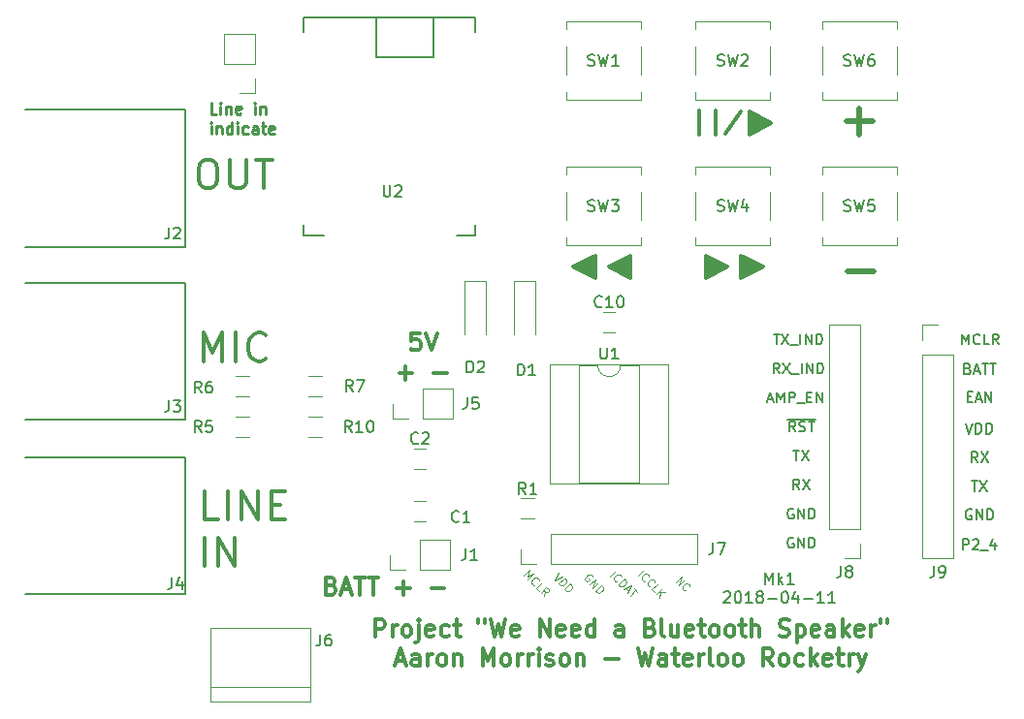
<source format=gbr>
G04 #@! TF.FileFunction,Legend,Top*
%FSLAX46Y46*%
G04 Gerber Fmt 4.6, Leading zero omitted, Abs format (unit mm)*
G04 Created by KiCad (PCBNEW 4.0.6) date Wednesday, April 11, 2018 'PMt' 08:09:55 PM*
%MOMM*%
%LPD*%
G01*
G04 APERTURE LIST*
%ADD10C,0.100000*%
%ADD11C,0.150000*%
%ADD12C,0.300000*%
%ADD13C,0.250000*%
%ADD14C,0.200000*%
%ADD15C,0.125000*%
%ADD16C,0.500000*%
%ADD17C,0.375000*%
%ADD18C,0.120000*%
G04 APERTURE END LIST*
D10*
D11*
X200334714Y-121928381D02*
X200334714Y-120928381D01*
X200668048Y-121642667D01*
X201001381Y-120928381D01*
X201001381Y-121928381D01*
X201477571Y-121928381D02*
X201477571Y-120928381D01*
X201572809Y-121547429D02*
X201858524Y-121928381D01*
X201858524Y-121261714D02*
X201477571Y-121642667D01*
X202810905Y-121928381D02*
X202239476Y-121928381D01*
X202525190Y-121928381D02*
X202525190Y-120928381D01*
X202429952Y-121071238D01*
X202334714Y-121166476D01*
X202239476Y-121214095D01*
X196691857Y-122673619D02*
X196739476Y-122626000D01*
X196834714Y-122578381D01*
X197072810Y-122578381D01*
X197168048Y-122626000D01*
X197215667Y-122673619D01*
X197263286Y-122768857D01*
X197263286Y-122864095D01*
X197215667Y-123006952D01*
X196644238Y-123578381D01*
X197263286Y-123578381D01*
X197882333Y-122578381D02*
X197977572Y-122578381D01*
X198072810Y-122626000D01*
X198120429Y-122673619D01*
X198168048Y-122768857D01*
X198215667Y-122959333D01*
X198215667Y-123197429D01*
X198168048Y-123387905D01*
X198120429Y-123483143D01*
X198072810Y-123530762D01*
X197977572Y-123578381D01*
X197882333Y-123578381D01*
X197787095Y-123530762D01*
X197739476Y-123483143D01*
X197691857Y-123387905D01*
X197644238Y-123197429D01*
X197644238Y-122959333D01*
X197691857Y-122768857D01*
X197739476Y-122673619D01*
X197787095Y-122626000D01*
X197882333Y-122578381D01*
X199168048Y-123578381D02*
X198596619Y-123578381D01*
X198882333Y-123578381D02*
X198882333Y-122578381D01*
X198787095Y-122721238D01*
X198691857Y-122816476D01*
X198596619Y-122864095D01*
X199739476Y-123006952D02*
X199644238Y-122959333D01*
X199596619Y-122911714D01*
X199549000Y-122816476D01*
X199549000Y-122768857D01*
X199596619Y-122673619D01*
X199644238Y-122626000D01*
X199739476Y-122578381D01*
X199929953Y-122578381D01*
X200025191Y-122626000D01*
X200072810Y-122673619D01*
X200120429Y-122768857D01*
X200120429Y-122816476D01*
X200072810Y-122911714D01*
X200025191Y-122959333D01*
X199929953Y-123006952D01*
X199739476Y-123006952D01*
X199644238Y-123054571D01*
X199596619Y-123102190D01*
X199549000Y-123197429D01*
X199549000Y-123387905D01*
X199596619Y-123483143D01*
X199644238Y-123530762D01*
X199739476Y-123578381D01*
X199929953Y-123578381D01*
X200025191Y-123530762D01*
X200072810Y-123483143D01*
X200120429Y-123387905D01*
X200120429Y-123197429D01*
X200072810Y-123102190D01*
X200025191Y-123054571D01*
X199929953Y-123006952D01*
X200549000Y-123197429D02*
X201310905Y-123197429D01*
X201977571Y-122578381D02*
X202072810Y-122578381D01*
X202168048Y-122626000D01*
X202215667Y-122673619D01*
X202263286Y-122768857D01*
X202310905Y-122959333D01*
X202310905Y-123197429D01*
X202263286Y-123387905D01*
X202215667Y-123483143D01*
X202168048Y-123530762D01*
X202072810Y-123578381D01*
X201977571Y-123578381D01*
X201882333Y-123530762D01*
X201834714Y-123483143D01*
X201787095Y-123387905D01*
X201739476Y-123197429D01*
X201739476Y-122959333D01*
X201787095Y-122768857D01*
X201834714Y-122673619D01*
X201882333Y-122626000D01*
X201977571Y-122578381D01*
X203168048Y-122911714D02*
X203168048Y-123578381D01*
X202929952Y-122530762D02*
X202691857Y-123245048D01*
X203310905Y-123245048D01*
X203691857Y-123197429D02*
X204453762Y-123197429D01*
X205453762Y-123578381D02*
X204882333Y-123578381D01*
X205168047Y-123578381D02*
X205168047Y-122578381D01*
X205072809Y-122721238D01*
X204977571Y-122816476D01*
X204882333Y-122864095D01*
X206406143Y-123578381D02*
X205834714Y-123578381D01*
X206120428Y-123578381D02*
X206120428Y-122578381D01*
X206025190Y-122721238D01*
X205929952Y-122816476D01*
X205834714Y-122864095D01*
D12*
X166273573Y-126530571D02*
X166273573Y-125030571D01*
X166845001Y-125030571D01*
X166987859Y-125102000D01*
X167059287Y-125173429D01*
X167130716Y-125316286D01*
X167130716Y-125530571D01*
X167059287Y-125673429D01*
X166987859Y-125744857D01*
X166845001Y-125816286D01*
X166273573Y-125816286D01*
X167773573Y-126530571D02*
X167773573Y-125530571D01*
X167773573Y-125816286D02*
X167845001Y-125673429D01*
X167916430Y-125602000D01*
X168059287Y-125530571D01*
X168202144Y-125530571D01*
X168916430Y-126530571D02*
X168773572Y-126459143D01*
X168702144Y-126387714D01*
X168630715Y-126244857D01*
X168630715Y-125816286D01*
X168702144Y-125673429D01*
X168773572Y-125602000D01*
X168916430Y-125530571D01*
X169130715Y-125530571D01*
X169273572Y-125602000D01*
X169345001Y-125673429D01*
X169416430Y-125816286D01*
X169416430Y-126244857D01*
X169345001Y-126387714D01*
X169273572Y-126459143D01*
X169130715Y-126530571D01*
X168916430Y-126530571D01*
X170059287Y-125530571D02*
X170059287Y-126816286D01*
X169987858Y-126959143D01*
X169845001Y-127030571D01*
X169773573Y-127030571D01*
X170059287Y-125030571D02*
X169987858Y-125102000D01*
X170059287Y-125173429D01*
X170130715Y-125102000D01*
X170059287Y-125030571D01*
X170059287Y-125173429D01*
X171345001Y-126459143D02*
X171202144Y-126530571D01*
X170916430Y-126530571D01*
X170773573Y-126459143D01*
X170702144Y-126316286D01*
X170702144Y-125744857D01*
X170773573Y-125602000D01*
X170916430Y-125530571D01*
X171202144Y-125530571D01*
X171345001Y-125602000D01*
X171416430Y-125744857D01*
X171416430Y-125887714D01*
X170702144Y-126030571D01*
X172702144Y-126459143D02*
X172559287Y-126530571D01*
X172273573Y-126530571D01*
X172130715Y-126459143D01*
X172059287Y-126387714D01*
X171987858Y-126244857D01*
X171987858Y-125816286D01*
X172059287Y-125673429D01*
X172130715Y-125602000D01*
X172273573Y-125530571D01*
X172559287Y-125530571D01*
X172702144Y-125602000D01*
X173130715Y-125530571D02*
X173702144Y-125530571D01*
X173345001Y-125030571D02*
X173345001Y-126316286D01*
X173416429Y-126459143D01*
X173559287Y-126530571D01*
X173702144Y-126530571D01*
X175273572Y-125030571D02*
X175273572Y-125316286D01*
X175845001Y-125030571D02*
X175845001Y-125316286D01*
X176345001Y-125030571D02*
X176702144Y-126530571D01*
X176987858Y-125459143D01*
X177273572Y-126530571D01*
X177630715Y-125030571D01*
X178773572Y-126459143D02*
X178630715Y-126530571D01*
X178345001Y-126530571D01*
X178202144Y-126459143D01*
X178130715Y-126316286D01*
X178130715Y-125744857D01*
X178202144Y-125602000D01*
X178345001Y-125530571D01*
X178630715Y-125530571D01*
X178773572Y-125602000D01*
X178845001Y-125744857D01*
X178845001Y-125887714D01*
X178130715Y-126030571D01*
X180630715Y-126530571D02*
X180630715Y-125030571D01*
X181487858Y-126530571D01*
X181487858Y-125030571D01*
X182773572Y-126459143D02*
X182630715Y-126530571D01*
X182345001Y-126530571D01*
X182202144Y-126459143D01*
X182130715Y-126316286D01*
X182130715Y-125744857D01*
X182202144Y-125602000D01*
X182345001Y-125530571D01*
X182630715Y-125530571D01*
X182773572Y-125602000D01*
X182845001Y-125744857D01*
X182845001Y-125887714D01*
X182130715Y-126030571D01*
X184059286Y-126459143D02*
X183916429Y-126530571D01*
X183630715Y-126530571D01*
X183487858Y-126459143D01*
X183416429Y-126316286D01*
X183416429Y-125744857D01*
X183487858Y-125602000D01*
X183630715Y-125530571D01*
X183916429Y-125530571D01*
X184059286Y-125602000D01*
X184130715Y-125744857D01*
X184130715Y-125887714D01*
X183416429Y-126030571D01*
X185416429Y-126530571D02*
X185416429Y-125030571D01*
X185416429Y-126459143D02*
X185273572Y-126530571D01*
X184987858Y-126530571D01*
X184845000Y-126459143D01*
X184773572Y-126387714D01*
X184702143Y-126244857D01*
X184702143Y-125816286D01*
X184773572Y-125673429D01*
X184845000Y-125602000D01*
X184987858Y-125530571D01*
X185273572Y-125530571D01*
X185416429Y-125602000D01*
X187916429Y-126530571D02*
X187916429Y-125744857D01*
X187845000Y-125602000D01*
X187702143Y-125530571D01*
X187416429Y-125530571D01*
X187273572Y-125602000D01*
X187916429Y-126459143D02*
X187773572Y-126530571D01*
X187416429Y-126530571D01*
X187273572Y-126459143D01*
X187202143Y-126316286D01*
X187202143Y-126173429D01*
X187273572Y-126030571D01*
X187416429Y-125959143D01*
X187773572Y-125959143D01*
X187916429Y-125887714D01*
X190273572Y-125744857D02*
X190487858Y-125816286D01*
X190559286Y-125887714D01*
X190630715Y-126030571D01*
X190630715Y-126244857D01*
X190559286Y-126387714D01*
X190487858Y-126459143D01*
X190345000Y-126530571D01*
X189773572Y-126530571D01*
X189773572Y-125030571D01*
X190273572Y-125030571D01*
X190416429Y-125102000D01*
X190487858Y-125173429D01*
X190559286Y-125316286D01*
X190559286Y-125459143D01*
X190487858Y-125602000D01*
X190416429Y-125673429D01*
X190273572Y-125744857D01*
X189773572Y-125744857D01*
X191487858Y-126530571D02*
X191345000Y-126459143D01*
X191273572Y-126316286D01*
X191273572Y-125030571D01*
X192702143Y-125530571D02*
X192702143Y-126530571D01*
X192059286Y-125530571D02*
X192059286Y-126316286D01*
X192130714Y-126459143D01*
X192273572Y-126530571D01*
X192487857Y-126530571D01*
X192630714Y-126459143D01*
X192702143Y-126387714D01*
X193987857Y-126459143D02*
X193845000Y-126530571D01*
X193559286Y-126530571D01*
X193416429Y-126459143D01*
X193345000Y-126316286D01*
X193345000Y-125744857D01*
X193416429Y-125602000D01*
X193559286Y-125530571D01*
X193845000Y-125530571D01*
X193987857Y-125602000D01*
X194059286Y-125744857D01*
X194059286Y-125887714D01*
X193345000Y-126030571D01*
X194487857Y-125530571D02*
X195059286Y-125530571D01*
X194702143Y-125030571D02*
X194702143Y-126316286D01*
X194773571Y-126459143D01*
X194916429Y-126530571D01*
X195059286Y-126530571D01*
X195773572Y-126530571D02*
X195630714Y-126459143D01*
X195559286Y-126387714D01*
X195487857Y-126244857D01*
X195487857Y-125816286D01*
X195559286Y-125673429D01*
X195630714Y-125602000D01*
X195773572Y-125530571D01*
X195987857Y-125530571D01*
X196130714Y-125602000D01*
X196202143Y-125673429D01*
X196273572Y-125816286D01*
X196273572Y-126244857D01*
X196202143Y-126387714D01*
X196130714Y-126459143D01*
X195987857Y-126530571D01*
X195773572Y-126530571D01*
X197130715Y-126530571D02*
X196987857Y-126459143D01*
X196916429Y-126387714D01*
X196845000Y-126244857D01*
X196845000Y-125816286D01*
X196916429Y-125673429D01*
X196987857Y-125602000D01*
X197130715Y-125530571D01*
X197345000Y-125530571D01*
X197487857Y-125602000D01*
X197559286Y-125673429D01*
X197630715Y-125816286D01*
X197630715Y-126244857D01*
X197559286Y-126387714D01*
X197487857Y-126459143D01*
X197345000Y-126530571D01*
X197130715Y-126530571D01*
X198059286Y-125530571D02*
X198630715Y-125530571D01*
X198273572Y-125030571D02*
X198273572Y-126316286D01*
X198345000Y-126459143D01*
X198487858Y-126530571D01*
X198630715Y-126530571D01*
X199130715Y-126530571D02*
X199130715Y-125030571D01*
X199773572Y-126530571D02*
X199773572Y-125744857D01*
X199702143Y-125602000D01*
X199559286Y-125530571D01*
X199345001Y-125530571D01*
X199202143Y-125602000D01*
X199130715Y-125673429D01*
X201559286Y-126459143D02*
X201773572Y-126530571D01*
X202130715Y-126530571D01*
X202273572Y-126459143D01*
X202345001Y-126387714D01*
X202416429Y-126244857D01*
X202416429Y-126102000D01*
X202345001Y-125959143D01*
X202273572Y-125887714D01*
X202130715Y-125816286D01*
X201845001Y-125744857D01*
X201702143Y-125673429D01*
X201630715Y-125602000D01*
X201559286Y-125459143D01*
X201559286Y-125316286D01*
X201630715Y-125173429D01*
X201702143Y-125102000D01*
X201845001Y-125030571D01*
X202202143Y-125030571D01*
X202416429Y-125102000D01*
X203059286Y-125530571D02*
X203059286Y-127030571D01*
X203059286Y-125602000D02*
X203202143Y-125530571D01*
X203487857Y-125530571D01*
X203630714Y-125602000D01*
X203702143Y-125673429D01*
X203773572Y-125816286D01*
X203773572Y-126244857D01*
X203702143Y-126387714D01*
X203630714Y-126459143D01*
X203487857Y-126530571D01*
X203202143Y-126530571D01*
X203059286Y-126459143D01*
X204987857Y-126459143D02*
X204845000Y-126530571D01*
X204559286Y-126530571D01*
X204416429Y-126459143D01*
X204345000Y-126316286D01*
X204345000Y-125744857D01*
X204416429Y-125602000D01*
X204559286Y-125530571D01*
X204845000Y-125530571D01*
X204987857Y-125602000D01*
X205059286Y-125744857D01*
X205059286Y-125887714D01*
X204345000Y-126030571D01*
X206345000Y-126530571D02*
X206345000Y-125744857D01*
X206273571Y-125602000D01*
X206130714Y-125530571D01*
X205845000Y-125530571D01*
X205702143Y-125602000D01*
X206345000Y-126459143D02*
X206202143Y-126530571D01*
X205845000Y-126530571D01*
X205702143Y-126459143D01*
X205630714Y-126316286D01*
X205630714Y-126173429D01*
X205702143Y-126030571D01*
X205845000Y-125959143D01*
X206202143Y-125959143D01*
X206345000Y-125887714D01*
X207059286Y-126530571D02*
X207059286Y-125030571D01*
X207202143Y-125959143D02*
X207630714Y-126530571D01*
X207630714Y-125530571D02*
X207059286Y-126102000D01*
X208845000Y-126459143D02*
X208702143Y-126530571D01*
X208416429Y-126530571D01*
X208273572Y-126459143D01*
X208202143Y-126316286D01*
X208202143Y-125744857D01*
X208273572Y-125602000D01*
X208416429Y-125530571D01*
X208702143Y-125530571D01*
X208845000Y-125602000D01*
X208916429Y-125744857D01*
X208916429Y-125887714D01*
X208202143Y-126030571D01*
X209559286Y-126530571D02*
X209559286Y-125530571D01*
X209559286Y-125816286D02*
X209630714Y-125673429D01*
X209702143Y-125602000D01*
X209845000Y-125530571D01*
X209987857Y-125530571D01*
X210416428Y-125030571D02*
X210416428Y-125316286D01*
X210987857Y-125030571D02*
X210987857Y-125316286D01*
X168130715Y-128652000D02*
X168845001Y-128652000D01*
X167987858Y-129080571D02*
X168487858Y-127580571D01*
X168987858Y-129080571D01*
X170130715Y-129080571D02*
X170130715Y-128294857D01*
X170059286Y-128152000D01*
X169916429Y-128080571D01*
X169630715Y-128080571D01*
X169487858Y-128152000D01*
X170130715Y-129009143D02*
X169987858Y-129080571D01*
X169630715Y-129080571D01*
X169487858Y-129009143D01*
X169416429Y-128866286D01*
X169416429Y-128723429D01*
X169487858Y-128580571D01*
X169630715Y-128509143D01*
X169987858Y-128509143D01*
X170130715Y-128437714D01*
X170845001Y-129080571D02*
X170845001Y-128080571D01*
X170845001Y-128366286D02*
X170916429Y-128223429D01*
X170987858Y-128152000D01*
X171130715Y-128080571D01*
X171273572Y-128080571D01*
X171987858Y-129080571D02*
X171845000Y-129009143D01*
X171773572Y-128937714D01*
X171702143Y-128794857D01*
X171702143Y-128366286D01*
X171773572Y-128223429D01*
X171845000Y-128152000D01*
X171987858Y-128080571D01*
X172202143Y-128080571D01*
X172345000Y-128152000D01*
X172416429Y-128223429D01*
X172487858Y-128366286D01*
X172487858Y-128794857D01*
X172416429Y-128937714D01*
X172345000Y-129009143D01*
X172202143Y-129080571D01*
X171987858Y-129080571D01*
X173130715Y-128080571D02*
X173130715Y-129080571D01*
X173130715Y-128223429D02*
X173202143Y-128152000D01*
X173345001Y-128080571D01*
X173559286Y-128080571D01*
X173702143Y-128152000D01*
X173773572Y-128294857D01*
X173773572Y-129080571D01*
X175630715Y-129080571D02*
X175630715Y-127580571D01*
X176130715Y-128652000D01*
X176630715Y-127580571D01*
X176630715Y-129080571D01*
X177559287Y-129080571D02*
X177416429Y-129009143D01*
X177345001Y-128937714D01*
X177273572Y-128794857D01*
X177273572Y-128366286D01*
X177345001Y-128223429D01*
X177416429Y-128152000D01*
X177559287Y-128080571D01*
X177773572Y-128080571D01*
X177916429Y-128152000D01*
X177987858Y-128223429D01*
X178059287Y-128366286D01*
X178059287Y-128794857D01*
X177987858Y-128937714D01*
X177916429Y-129009143D01*
X177773572Y-129080571D01*
X177559287Y-129080571D01*
X178702144Y-129080571D02*
X178702144Y-128080571D01*
X178702144Y-128366286D02*
X178773572Y-128223429D01*
X178845001Y-128152000D01*
X178987858Y-128080571D01*
X179130715Y-128080571D01*
X179630715Y-129080571D02*
X179630715Y-128080571D01*
X179630715Y-128366286D02*
X179702143Y-128223429D01*
X179773572Y-128152000D01*
X179916429Y-128080571D01*
X180059286Y-128080571D01*
X180559286Y-129080571D02*
X180559286Y-128080571D01*
X180559286Y-127580571D02*
X180487857Y-127652000D01*
X180559286Y-127723429D01*
X180630714Y-127652000D01*
X180559286Y-127580571D01*
X180559286Y-127723429D01*
X181202143Y-129009143D02*
X181345000Y-129080571D01*
X181630715Y-129080571D01*
X181773572Y-129009143D01*
X181845000Y-128866286D01*
X181845000Y-128794857D01*
X181773572Y-128652000D01*
X181630715Y-128580571D01*
X181416429Y-128580571D01*
X181273572Y-128509143D01*
X181202143Y-128366286D01*
X181202143Y-128294857D01*
X181273572Y-128152000D01*
X181416429Y-128080571D01*
X181630715Y-128080571D01*
X181773572Y-128152000D01*
X182702144Y-129080571D02*
X182559286Y-129009143D01*
X182487858Y-128937714D01*
X182416429Y-128794857D01*
X182416429Y-128366286D01*
X182487858Y-128223429D01*
X182559286Y-128152000D01*
X182702144Y-128080571D01*
X182916429Y-128080571D01*
X183059286Y-128152000D01*
X183130715Y-128223429D01*
X183202144Y-128366286D01*
X183202144Y-128794857D01*
X183130715Y-128937714D01*
X183059286Y-129009143D01*
X182916429Y-129080571D01*
X182702144Y-129080571D01*
X183845001Y-128080571D02*
X183845001Y-129080571D01*
X183845001Y-128223429D02*
X183916429Y-128152000D01*
X184059287Y-128080571D01*
X184273572Y-128080571D01*
X184416429Y-128152000D01*
X184487858Y-128294857D01*
X184487858Y-129080571D01*
X186345001Y-128509143D02*
X187487858Y-128509143D01*
X189202144Y-127580571D02*
X189559287Y-129080571D01*
X189845001Y-128009143D01*
X190130715Y-129080571D01*
X190487858Y-127580571D01*
X191702144Y-129080571D02*
X191702144Y-128294857D01*
X191630715Y-128152000D01*
X191487858Y-128080571D01*
X191202144Y-128080571D01*
X191059287Y-128152000D01*
X191702144Y-129009143D02*
X191559287Y-129080571D01*
X191202144Y-129080571D01*
X191059287Y-129009143D01*
X190987858Y-128866286D01*
X190987858Y-128723429D01*
X191059287Y-128580571D01*
X191202144Y-128509143D01*
X191559287Y-128509143D01*
X191702144Y-128437714D01*
X192202144Y-128080571D02*
X192773573Y-128080571D01*
X192416430Y-127580571D02*
X192416430Y-128866286D01*
X192487858Y-129009143D01*
X192630716Y-129080571D01*
X192773573Y-129080571D01*
X193845001Y-129009143D02*
X193702144Y-129080571D01*
X193416430Y-129080571D01*
X193273573Y-129009143D01*
X193202144Y-128866286D01*
X193202144Y-128294857D01*
X193273573Y-128152000D01*
X193416430Y-128080571D01*
X193702144Y-128080571D01*
X193845001Y-128152000D01*
X193916430Y-128294857D01*
X193916430Y-128437714D01*
X193202144Y-128580571D01*
X194559287Y-129080571D02*
X194559287Y-128080571D01*
X194559287Y-128366286D02*
X194630715Y-128223429D01*
X194702144Y-128152000D01*
X194845001Y-128080571D01*
X194987858Y-128080571D01*
X195702144Y-129080571D02*
X195559286Y-129009143D01*
X195487858Y-128866286D01*
X195487858Y-127580571D01*
X196487858Y-129080571D02*
X196345000Y-129009143D01*
X196273572Y-128937714D01*
X196202143Y-128794857D01*
X196202143Y-128366286D01*
X196273572Y-128223429D01*
X196345000Y-128152000D01*
X196487858Y-128080571D01*
X196702143Y-128080571D01*
X196845000Y-128152000D01*
X196916429Y-128223429D01*
X196987858Y-128366286D01*
X196987858Y-128794857D01*
X196916429Y-128937714D01*
X196845000Y-129009143D01*
X196702143Y-129080571D01*
X196487858Y-129080571D01*
X197845001Y-129080571D02*
X197702143Y-129009143D01*
X197630715Y-128937714D01*
X197559286Y-128794857D01*
X197559286Y-128366286D01*
X197630715Y-128223429D01*
X197702143Y-128152000D01*
X197845001Y-128080571D01*
X198059286Y-128080571D01*
X198202143Y-128152000D01*
X198273572Y-128223429D01*
X198345001Y-128366286D01*
X198345001Y-128794857D01*
X198273572Y-128937714D01*
X198202143Y-129009143D01*
X198059286Y-129080571D01*
X197845001Y-129080571D01*
X200987858Y-129080571D02*
X200487858Y-128366286D01*
X200130715Y-129080571D02*
X200130715Y-127580571D01*
X200702143Y-127580571D01*
X200845001Y-127652000D01*
X200916429Y-127723429D01*
X200987858Y-127866286D01*
X200987858Y-128080571D01*
X200916429Y-128223429D01*
X200845001Y-128294857D01*
X200702143Y-128366286D01*
X200130715Y-128366286D01*
X201845001Y-129080571D02*
X201702143Y-129009143D01*
X201630715Y-128937714D01*
X201559286Y-128794857D01*
X201559286Y-128366286D01*
X201630715Y-128223429D01*
X201702143Y-128152000D01*
X201845001Y-128080571D01*
X202059286Y-128080571D01*
X202202143Y-128152000D01*
X202273572Y-128223429D01*
X202345001Y-128366286D01*
X202345001Y-128794857D01*
X202273572Y-128937714D01*
X202202143Y-129009143D01*
X202059286Y-129080571D01*
X201845001Y-129080571D01*
X203630715Y-129009143D02*
X203487858Y-129080571D01*
X203202144Y-129080571D01*
X203059286Y-129009143D01*
X202987858Y-128937714D01*
X202916429Y-128794857D01*
X202916429Y-128366286D01*
X202987858Y-128223429D01*
X203059286Y-128152000D01*
X203202144Y-128080571D01*
X203487858Y-128080571D01*
X203630715Y-128152000D01*
X204273572Y-129080571D02*
X204273572Y-127580571D01*
X204416429Y-128509143D02*
X204845000Y-129080571D01*
X204845000Y-128080571D02*
X204273572Y-128652000D01*
X206059286Y-129009143D02*
X205916429Y-129080571D01*
X205630715Y-129080571D01*
X205487858Y-129009143D01*
X205416429Y-128866286D01*
X205416429Y-128294857D01*
X205487858Y-128152000D01*
X205630715Y-128080571D01*
X205916429Y-128080571D01*
X206059286Y-128152000D01*
X206130715Y-128294857D01*
X206130715Y-128437714D01*
X205416429Y-128580571D01*
X206559286Y-128080571D02*
X207130715Y-128080571D01*
X206773572Y-127580571D02*
X206773572Y-128866286D01*
X206845000Y-129009143D01*
X206987858Y-129080571D01*
X207130715Y-129080571D01*
X207630715Y-129080571D02*
X207630715Y-128080571D01*
X207630715Y-128366286D02*
X207702143Y-128223429D01*
X207773572Y-128152000D01*
X207916429Y-128080571D01*
X208059286Y-128080571D01*
X208416429Y-128080571D02*
X208773572Y-129080571D01*
X209130714Y-128080571D02*
X208773572Y-129080571D01*
X208630714Y-129437714D01*
X208559286Y-129509143D01*
X208416429Y-129580571D01*
X195231048Y-93396667D02*
X195231048Y-95063333D01*
X195350095Y-93396667D02*
X195350095Y-95063333D01*
X195469143Y-93563333D02*
X195469143Y-94896667D01*
X195588191Y-93563333D02*
X195588191Y-94896667D01*
X195707238Y-93563333D02*
X195707238Y-94896667D01*
X195826286Y-93730000D02*
X195826286Y-94730000D01*
X195945333Y-93730000D02*
X195945333Y-94730000D01*
X196064381Y-93730000D02*
X196064381Y-94730000D01*
X196183429Y-93896667D02*
X196183429Y-94563333D01*
X196302476Y-93896667D02*
X196302476Y-94563333D01*
X196421524Y-94063333D02*
X196421524Y-94396667D01*
X196540572Y-94063333D02*
X196540572Y-94396667D01*
X196659619Y-94063333D02*
X196659619Y-94396667D01*
X196778667Y-94230000D02*
X196659619Y-94230000D01*
X195112000Y-93396667D02*
X196897714Y-94230000D01*
X195112000Y-95063333D01*
X197016762Y-94230000D02*
X195112000Y-95230000D01*
X195112000Y-93230000D01*
X197016762Y-94230000D01*
X198326286Y-93396667D02*
X198326286Y-95063333D01*
X198445333Y-93396667D02*
X198445333Y-95063333D01*
X198564381Y-93563333D02*
X198564381Y-94896667D01*
X198683429Y-93563333D02*
X198683429Y-94896667D01*
X198802476Y-93563333D02*
X198802476Y-94896667D01*
X198921524Y-93730000D02*
X198921524Y-94730000D01*
X199040571Y-93730000D02*
X199040571Y-94730000D01*
X199159619Y-93730000D02*
X199159619Y-94730000D01*
X199278667Y-93896667D02*
X199278667Y-94563333D01*
X199397714Y-93896667D02*
X199397714Y-94563333D01*
X199516762Y-94063333D02*
X199516762Y-94396667D01*
X199635810Y-94063333D02*
X199635810Y-94396667D01*
X199754857Y-94063333D02*
X199754857Y-94396667D01*
X199873905Y-94230000D02*
X199754857Y-94230000D01*
X198207238Y-93396667D02*
X199992952Y-94230000D01*
X198207238Y-95063333D01*
X200112000Y-94230000D02*
X198207238Y-95230000D01*
X198207238Y-93230000D01*
X200112000Y-94230000D01*
X162453429Y-122066857D02*
X162667715Y-122138286D01*
X162739143Y-122209714D01*
X162810572Y-122352571D01*
X162810572Y-122566857D01*
X162739143Y-122709714D01*
X162667715Y-122781143D01*
X162524857Y-122852571D01*
X161953429Y-122852571D01*
X161953429Y-121352571D01*
X162453429Y-121352571D01*
X162596286Y-121424000D01*
X162667715Y-121495429D01*
X162739143Y-121638286D01*
X162739143Y-121781143D01*
X162667715Y-121924000D01*
X162596286Y-121995429D01*
X162453429Y-122066857D01*
X161953429Y-122066857D01*
X163382000Y-122424000D02*
X164096286Y-122424000D01*
X163239143Y-122852571D02*
X163739143Y-121352571D01*
X164239143Y-122852571D01*
X164524857Y-121352571D02*
X165382000Y-121352571D01*
X164953429Y-122852571D02*
X164953429Y-121352571D01*
X165667714Y-121352571D02*
X166524857Y-121352571D01*
X166096286Y-122852571D02*
X166096286Y-121352571D01*
X168167714Y-122281143D02*
X169310571Y-122281143D01*
X168739142Y-122852571D02*
X168739142Y-121709714D01*
X171167714Y-122281143D02*
X172310571Y-122281143D01*
X170148287Y-100011571D02*
X169434001Y-100011571D01*
X169362572Y-100725857D01*
X169434001Y-100654429D01*
X169576858Y-100583000D01*
X169934001Y-100583000D01*
X170076858Y-100654429D01*
X170148287Y-100725857D01*
X170219715Y-100868714D01*
X170219715Y-101225857D01*
X170148287Y-101368714D01*
X170076858Y-101440143D01*
X169934001Y-101511571D01*
X169576858Y-101511571D01*
X169434001Y-101440143D01*
X169362572Y-101368714D01*
X170648286Y-100011571D02*
X171148286Y-101511571D01*
X171648286Y-100011571D01*
X168362572Y-103490143D02*
X169505429Y-103490143D01*
X168934000Y-104061571D02*
X168934000Y-102918714D01*
X171362572Y-103490143D02*
X172505429Y-103490143D01*
D13*
X152424096Y-80857381D02*
X151947905Y-80857381D01*
X151947905Y-79857381D01*
X152757429Y-80857381D02*
X152757429Y-80190714D01*
X152757429Y-79857381D02*
X152709810Y-79905000D01*
X152757429Y-79952619D01*
X152805048Y-79905000D01*
X152757429Y-79857381D01*
X152757429Y-79952619D01*
X153233619Y-80190714D02*
X153233619Y-80857381D01*
X153233619Y-80285952D02*
X153281238Y-80238333D01*
X153376476Y-80190714D01*
X153519334Y-80190714D01*
X153614572Y-80238333D01*
X153662191Y-80333571D01*
X153662191Y-80857381D01*
X154519334Y-80809762D02*
X154424096Y-80857381D01*
X154233619Y-80857381D01*
X154138381Y-80809762D01*
X154090762Y-80714524D01*
X154090762Y-80333571D01*
X154138381Y-80238333D01*
X154233619Y-80190714D01*
X154424096Y-80190714D01*
X154519334Y-80238333D01*
X154566953Y-80333571D01*
X154566953Y-80428810D01*
X154090762Y-80524048D01*
X155757429Y-80857381D02*
X155757429Y-80190714D01*
X155757429Y-79857381D02*
X155709810Y-79905000D01*
X155757429Y-79952619D01*
X155805048Y-79905000D01*
X155757429Y-79857381D01*
X155757429Y-79952619D01*
X156233619Y-80190714D02*
X156233619Y-80857381D01*
X156233619Y-80285952D02*
X156281238Y-80238333D01*
X156376476Y-80190714D01*
X156519334Y-80190714D01*
X156614572Y-80238333D01*
X156662191Y-80333571D01*
X156662191Y-80857381D01*
X151947905Y-82607381D02*
X151947905Y-81940714D01*
X151947905Y-81607381D02*
X151900286Y-81655000D01*
X151947905Y-81702619D01*
X151995524Y-81655000D01*
X151947905Y-81607381D01*
X151947905Y-81702619D01*
X152424095Y-81940714D02*
X152424095Y-82607381D01*
X152424095Y-82035952D02*
X152471714Y-81988333D01*
X152566952Y-81940714D01*
X152709810Y-81940714D01*
X152805048Y-81988333D01*
X152852667Y-82083571D01*
X152852667Y-82607381D01*
X153757429Y-82607381D02*
X153757429Y-81607381D01*
X153757429Y-82559762D02*
X153662191Y-82607381D01*
X153471714Y-82607381D01*
X153376476Y-82559762D01*
X153328857Y-82512143D01*
X153281238Y-82416905D01*
X153281238Y-82131190D01*
X153328857Y-82035952D01*
X153376476Y-81988333D01*
X153471714Y-81940714D01*
X153662191Y-81940714D01*
X153757429Y-81988333D01*
X154233619Y-82607381D02*
X154233619Y-81940714D01*
X154233619Y-81607381D02*
X154186000Y-81655000D01*
X154233619Y-81702619D01*
X154281238Y-81655000D01*
X154233619Y-81607381D01*
X154233619Y-81702619D01*
X155138381Y-82559762D02*
X155043143Y-82607381D01*
X154852666Y-82607381D01*
X154757428Y-82559762D01*
X154709809Y-82512143D01*
X154662190Y-82416905D01*
X154662190Y-82131190D01*
X154709809Y-82035952D01*
X154757428Y-81988333D01*
X154852666Y-81940714D01*
X155043143Y-81940714D01*
X155138381Y-81988333D01*
X155995524Y-82607381D02*
X155995524Y-82083571D01*
X155947905Y-81988333D01*
X155852667Y-81940714D01*
X155662190Y-81940714D01*
X155566952Y-81988333D01*
X155995524Y-82559762D02*
X155900286Y-82607381D01*
X155662190Y-82607381D01*
X155566952Y-82559762D01*
X155519333Y-82464524D01*
X155519333Y-82369286D01*
X155566952Y-82274048D01*
X155662190Y-82226429D01*
X155900286Y-82226429D01*
X155995524Y-82178810D01*
X156328857Y-81940714D02*
X156709809Y-81940714D01*
X156471714Y-81607381D02*
X156471714Y-82464524D01*
X156519333Y-82559762D01*
X156614571Y-82607381D01*
X156709809Y-82607381D01*
X157424096Y-82559762D02*
X157328858Y-82607381D01*
X157138381Y-82607381D01*
X157043143Y-82559762D01*
X156995524Y-82464524D01*
X156995524Y-82083571D01*
X157043143Y-81988333D01*
X157138381Y-81940714D01*
X157328858Y-81940714D01*
X157424096Y-81988333D01*
X157471715Y-82083571D01*
X157471715Y-82178810D01*
X156995524Y-82274048D01*
D12*
X152534714Y-116326952D02*
X151344238Y-116326952D01*
X151344238Y-113826952D01*
X153368048Y-116326952D02*
X153368048Y-113826952D01*
X154558524Y-116326952D02*
X154558524Y-113826952D01*
X155987096Y-116326952D01*
X155987096Y-113826952D01*
X157177572Y-115017429D02*
X158010905Y-115017429D01*
X158368048Y-116326952D02*
X157177572Y-116326952D01*
X157177572Y-113826952D01*
X158368048Y-113826952D01*
X151344238Y-120376952D02*
X151344238Y-117876952D01*
X152534714Y-120376952D02*
X152534714Y-117876952D01*
X153963286Y-120376952D01*
X153963286Y-117876952D01*
X151424000Y-84863952D02*
X151900190Y-84863952D01*
X152138285Y-84983000D01*
X152376381Y-85221095D01*
X152495428Y-85697286D01*
X152495428Y-86530619D01*
X152376381Y-87006810D01*
X152138285Y-87244905D01*
X151900190Y-87363952D01*
X151424000Y-87363952D01*
X151185904Y-87244905D01*
X150947809Y-87006810D01*
X150828761Y-86530619D01*
X150828761Y-85697286D01*
X150947809Y-85221095D01*
X151185904Y-84983000D01*
X151424000Y-84863952D01*
X153566857Y-84863952D02*
X153566857Y-86887762D01*
X153685905Y-87125857D01*
X153804952Y-87244905D01*
X154043048Y-87363952D01*
X154519238Y-87363952D01*
X154757333Y-87244905D01*
X154876381Y-87125857D01*
X154995429Y-86887762D01*
X154995429Y-84863952D01*
X155828762Y-84863952D02*
X157257334Y-84863952D01*
X156543048Y-87363952D02*
X156543048Y-84863952D01*
X151245429Y-102476952D02*
X151245429Y-99976952D01*
X152078762Y-101762667D01*
X152912096Y-99976952D01*
X152912096Y-102476952D01*
X154102572Y-102476952D02*
X154102572Y-99976952D01*
X156721620Y-102238857D02*
X156602572Y-102357905D01*
X156245429Y-102476952D01*
X156007334Y-102476952D01*
X155650191Y-102357905D01*
X155412096Y-102119810D01*
X155293048Y-101881714D01*
X155174000Y-101405524D01*
X155174000Y-101048381D01*
X155293048Y-100572190D01*
X155412096Y-100334095D01*
X155650191Y-100096000D01*
X156007334Y-99976952D01*
X156245429Y-99976952D01*
X156602572Y-100096000D01*
X156721620Y-100215048D01*
D14*
X201035715Y-100091143D02*
X201550001Y-100091143D01*
X201292858Y-100991143D02*
X201292858Y-100091143D01*
X201764286Y-100091143D02*
X202364286Y-100991143D01*
X202364286Y-100091143D02*
X201764286Y-100991143D01*
X202492858Y-101076857D02*
X203178572Y-101076857D01*
X203392858Y-100991143D02*
X203392858Y-100091143D01*
X203821429Y-100991143D02*
X203821429Y-100091143D01*
X204335714Y-100991143D01*
X204335714Y-100091143D01*
X204764286Y-100991143D02*
X204764286Y-100091143D01*
X204978571Y-100091143D01*
X205107143Y-100134000D01*
X205192857Y-100219714D01*
X205235714Y-100305429D01*
X205278571Y-100476857D01*
X205278571Y-100605429D01*
X205235714Y-100776857D01*
X205192857Y-100862571D01*
X205107143Y-100948286D01*
X204978571Y-100991143D01*
X204764286Y-100991143D01*
X201571429Y-103531143D02*
X201271429Y-103102571D01*
X201057144Y-103531143D02*
X201057144Y-102631143D01*
X201400001Y-102631143D01*
X201485715Y-102674000D01*
X201528572Y-102716857D01*
X201571429Y-102802571D01*
X201571429Y-102931143D01*
X201528572Y-103016857D01*
X201485715Y-103059714D01*
X201400001Y-103102571D01*
X201057144Y-103102571D01*
X201871429Y-102631143D02*
X202471429Y-103531143D01*
X202471429Y-102631143D02*
X201871429Y-103531143D01*
X202600001Y-103616857D02*
X203285715Y-103616857D01*
X203500001Y-103531143D02*
X203500001Y-102631143D01*
X203928572Y-103531143D02*
X203928572Y-102631143D01*
X204442857Y-103531143D01*
X204442857Y-102631143D01*
X204871429Y-103531143D02*
X204871429Y-102631143D01*
X205085714Y-102631143D01*
X205214286Y-102674000D01*
X205300000Y-102759714D01*
X205342857Y-102845429D01*
X205385714Y-103016857D01*
X205385714Y-103145429D01*
X205342857Y-103316857D01*
X205300000Y-103402571D01*
X205214286Y-103488286D01*
X205085714Y-103531143D01*
X204871429Y-103531143D01*
X200546001Y-105814000D02*
X200974572Y-105814000D01*
X200460286Y-106071143D02*
X200760286Y-105171143D01*
X201060286Y-106071143D01*
X201360287Y-106071143D02*
X201360287Y-105171143D01*
X201660287Y-105814000D01*
X201960287Y-105171143D01*
X201960287Y-106071143D01*
X202388858Y-106071143D02*
X202388858Y-105171143D01*
X202731715Y-105171143D01*
X202817429Y-105214000D01*
X202860286Y-105256857D01*
X202903143Y-105342571D01*
X202903143Y-105471143D01*
X202860286Y-105556857D01*
X202817429Y-105599714D01*
X202731715Y-105642571D01*
X202388858Y-105642571D01*
X203074572Y-106156857D02*
X203760286Y-106156857D01*
X203974572Y-105599714D02*
X204274572Y-105599714D01*
X204403143Y-106071143D02*
X203974572Y-106071143D01*
X203974572Y-105171143D01*
X204403143Y-105171143D01*
X204788858Y-106071143D02*
X204788858Y-105171143D01*
X205303143Y-106071143D01*
X205303143Y-105171143D01*
X202961143Y-108611143D02*
X202661143Y-108182571D01*
X202446858Y-108611143D02*
X202446858Y-107711143D01*
X202789715Y-107711143D01*
X202875429Y-107754000D01*
X202918286Y-107796857D01*
X202961143Y-107882571D01*
X202961143Y-108011143D01*
X202918286Y-108096857D01*
X202875429Y-108139714D01*
X202789715Y-108182571D01*
X202446858Y-108182571D01*
X203304001Y-108568286D02*
X203432572Y-108611143D01*
X203646858Y-108611143D01*
X203732572Y-108568286D01*
X203775429Y-108525429D01*
X203818286Y-108439714D01*
X203818286Y-108354000D01*
X203775429Y-108268286D01*
X203732572Y-108225429D01*
X203646858Y-108182571D01*
X203475429Y-108139714D01*
X203389715Y-108096857D01*
X203346858Y-108054000D01*
X203304001Y-107968286D01*
X203304001Y-107882571D01*
X203346858Y-107796857D01*
X203389715Y-107754000D01*
X203475429Y-107711143D01*
X203689715Y-107711143D01*
X203818286Y-107754000D01*
X204075429Y-107711143D02*
X204589715Y-107711143D01*
X204332572Y-108611143D02*
X204332572Y-107711143D01*
X202232572Y-107556000D02*
X204675429Y-107556000D01*
X202768286Y-110251143D02*
X203282572Y-110251143D01*
X203025429Y-111151143D02*
X203025429Y-110251143D01*
X203496857Y-110251143D02*
X204096857Y-111151143D01*
X204096857Y-110251143D02*
X203496857Y-111151143D01*
X203304000Y-113691143D02*
X203004000Y-113262571D01*
X202789715Y-113691143D02*
X202789715Y-112791143D01*
X203132572Y-112791143D01*
X203218286Y-112834000D01*
X203261143Y-112876857D01*
X203304000Y-112962571D01*
X203304000Y-113091143D01*
X203261143Y-113176857D01*
X203218286Y-113219714D01*
X203132572Y-113262571D01*
X202789715Y-113262571D01*
X203604000Y-112791143D02*
X204204000Y-113691143D01*
X204204000Y-112791143D02*
X203604000Y-113691143D01*
X202768286Y-115374000D02*
X202682572Y-115331143D01*
X202554001Y-115331143D01*
X202425429Y-115374000D01*
X202339715Y-115459714D01*
X202296858Y-115545429D01*
X202254001Y-115716857D01*
X202254001Y-115845429D01*
X202296858Y-116016857D01*
X202339715Y-116102571D01*
X202425429Y-116188286D01*
X202554001Y-116231143D01*
X202639715Y-116231143D01*
X202768286Y-116188286D01*
X202811143Y-116145429D01*
X202811143Y-115845429D01*
X202639715Y-115845429D01*
X203196858Y-116231143D02*
X203196858Y-115331143D01*
X203711143Y-116231143D01*
X203711143Y-115331143D01*
X204139715Y-116231143D02*
X204139715Y-115331143D01*
X204354000Y-115331143D01*
X204482572Y-115374000D01*
X204568286Y-115459714D01*
X204611143Y-115545429D01*
X204654000Y-115716857D01*
X204654000Y-115845429D01*
X204611143Y-116016857D01*
X204568286Y-116102571D01*
X204482572Y-116188286D01*
X204354000Y-116231143D01*
X204139715Y-116231143D01*
X202768286Y-117914000D02*
X202682572Y-117871143D01*
X202554001Y-117871143D01*
X202425429Y-117914000D01*
X202339715Y-117999714D01*
X202296858Y-118085429D01*
X202254001Y-118256857D01*
X202254001Y-118385429D01*
X202296858Y-118556857D01*
X202339715Y-118642571D01*
X202425429Y-118728286D01*
X202554001Y-118771143D01*
X202639715Y-118771143D01*
X202768286Y-118728286D01*
X202811143Y-118685429D01*
X202811143Y-118385429D01*
X202639715Y-118385429D01*
X203196858Y-118771143D02*
X203196858Y-117871143D01*
X203711143Y-118771143D01*
X203711143Y-117871143D01*
X204139715Y-118771143D02*
X204139715Y-117871143D01*
X204354000Y-117871143D01*
X204482572Y-117914000D01*
X204568286Y-117999714D01*
X204611143Y-118085429D01*
X204654000Y-118256857D01*
X204654000Y-118385429D01*
X204611143Y-118556857D01*
X204568286Y-118642571D01*
X204482572Y-118728286D01*
X204354000Y-118771143D01*
X204139715Y-118771143D01*
X217575786Y-118898143D02*
X217575786Y-117998143D01*
X217918643Y-117998143D01*
X218004357Y-118041000D01*
X218047214Y-118083857D01*
X218090071Y-118169571D01*
X218090071Y-118298143D01*
X218047214Y-118383857D01*
X218004357Y-118426714D01*
X217918643Y-118469571D01*
X217575786Y-118469571D01*
X218432929Y-118083857D02*
X218475786Y-118041000D01*
X218561500Y-117998143D01*
X218775786Y-117998143D01*
X218861500Y-118041000D01*
X218904357Y-118083857D01*
X218947214Y-118169571D01*
X218947214Y-118255286D01*
X218904357Y-118383857D01*
X218390071Y-118898143D01*
X218947214Y-118898143D01*
X219118643Y-118983857D02*
X219804357Y-118983857D01*
X220404357Y-118298143D02*
X220404357Y-118898143D01*
X220190071Y-117955286D02*
X219975786Y-118598143D01*
X220532928Y-118598143D01*
X218325786Y-115437500D02*
X218240072Y-115394643D01*
X218111501Y-115394643D01*
X217982929Y-115437500D01*
X217897215Y-115523214D01*
X217854358Y-115608929D01*
X217811501Y-115780357D01*
X217811501Y-115908929D01*
X217854358Y-116080357D01*
X217897215Y-116166071D01*
X217982929Y-116251786D01*
X218111501Y-116294643D01*
X218197215Y-116294643D01*
X218325786Y-116251786D01*
X218368643Y-116208929D01*
X218368643Y-115908929D01*
X218197215Y-115908929D01*
X218754358Y-116294643D02*
X218754358Y-115394643D01*
X219268643Y-116294643D01*
X219268643Y-115394643D01*
X219697215Y-116294643D02*
X219697215Y-115394643D01*
X219911500Y-115394643D01*
X220040072Y-115437500D01*
X220125786Y-115523214D01*
X220168643Y-115608929D01*
X220211500Y-115780357D01*
X220211500Y-115908929D01*
X220168643Y-116080357D01*
X220125786Y-116166071D01*
X220040072Y-116251786D01*
X219911500Y-116294643D01*
X219697215Y-116294643D01*
X218325786Y-112918143D02*
X218840072Y-112918143D01*
X218582929Y-113818143D02*
X218582929Y-112918143D01*
X219054357Y-112918143D02*
X219654357Y-113818143D01*
X219654357Y-112918143D02*
X219054357Y-113818143D01*
X218861500Y-111278143D02*
X218561500Y-110849571D01*
X218347215Y-111278143D02*
X218347215Y-110378143D01*
X218690072Y-110378143D01*
X218775786Y-110421000D01*
X218818643Y-110463857D01*
X218861500Y-110549571D01*
X218861500Y-110678143D01*
X218818643Y-110763857D01*
X218775786Y-110806714D01*
X218690072Y-110849571D01*
X218347215Y-110849571D01*
X219161500Y-110378143D02*
X219761500Y-111278143D01*
X219761500Y-110378143D02*
X219161500Y-111278143D01*
X217811500Y-107901643D02*
X218111500Y-108801643D01*
X218411500Y-107901643D01*
X218711501Y-108801643D02*
X218711501Y-107901643D01*
X218925786Y-107901643D01*
X219054358Y-107944500D01*
X219140072Y-108030214D01*
X219182929Y-108115929D01*
X219225786Y-108287357D01*
X219225786Y-108415929D01*
X219182929Y-108587357D01*
X219140072Y-108673071D01*
X219054358Y-108758786D01*
X218925786Y-108801643D01*
X218711501Y-108801643D01*
X219611501Y-108801643D02*
X219611501Y-107901643D01*
X219825786Y-107901643D01*
X219954358Y-107944500D01*
X220040072Y-108030214D01*
X220082929Y-108115929D01*
X220125786Y-108287357D01*
X220125786Y-108415929D01*
X220082929Y-108587357D01*
X220040072Y-108673071D01*
X219954358Y-108758786D01*
X219825786Y-108801643D01*
X219611501Y-108801643D01*
X217961500Y-105536214D02*
X218261500Y-105536214D01*
X218390071Y-106007643D02*
X217961500Y-106007643D01*
X217961500Y-105107643D01*
X218390071Y-105107643D01*
X218732929Y-105750500D02*
X219161500Y-105750500D01*
X218647214Y-106007643D02*
X218947214Y-105107643D01*
X219247214Y-106007643D01*
X219547215Y-106007643D02*
X219547215Y-105107643D01*
X220061500Y-106007643D01*
X220061500Y-105107643D01*
X218004358Y-103123214D02*
X218132929Y-103166071D01*
X218175786Y-103208929D01*
X218218643Y-103294643D01*
X218218643Y-103423214D01*
X218175786Y-103508929D01*
X218132929Y-103551786D01*
X218047215Y-103594643D01*
X217704358Y-103594643D01*
X217704358Y-102694643D01*
X218004358Y-102694643D01*
X218090072Y-102737500D01*
X218132929Y-102780357D01*
X218175786Y-102866071D01*
X218175786Y-102951786D01*
X218132929Y-103037500D01*
X218090072Y-103080357D01*
X218004358Y-103123214D01*
X217704358Y-103123214D01*
X218561501Y-103337500D02*
X218990072Y-103337500D01*
X218475786Y-103594643D02*
X218775786Y-102694643D01*
X219075786Y-103594643D01*
X219247215Y-102694643D02*
X219761501Y-102694643D01*
X219504358Y-103594643D02*
X219504358Y-102694643D01*
X219932929Y-102694643D02*
X220447215Y-102694643D01*
X220190072Y-103594643D02*
X220190072Y-102694643D01*
X217510715Y-100991143D02*
X217510715Y-100091143D01*
X217810715Y-100734000D01*
X218110715Y-100091143D01*
X218110715Y-100991143D01*
X219053571Y-100905429D02*
X219010714Y-100948286D01*
X218882143Y-100991143D01*
X218796429Y-100991143D01*
X218667857Y-100948286D01*
X218582143Y-100862571D01*
X218539286Y-100776857D01*
X218496429Y-100605429D01*
X218496429Y-100476857D01*
X218539286Y-100305429D01*
X218582143Y-100219714D01*
X218667857Y-100134000D01*
X218796429Y-100091143D01*
X218882143Y-100091143D01*
X219010714Y-100134000D01*
X219053571Y-100176857D01*
X219867857Y-100991143D02*
X219439286Y-100991143D01*
X219439286Y-100091143D01*
X220682142Y-100991143D02*
X220382142Y-100562571D01*
X220167857Y-100991143D02*
X220167857Y-100091143D01*
X220510714Y-100091143D01*
X220596428Y-100134000D01*
X220639285Y-100176857D01*
X220682142Y-100262571D01*
X220682142Y-100391143D01*
X220639285Y-100476857D01*
X220596428Y-100519714D01*
X220510714Y-100562571D01*
X220167857Y-100562571D01*
D15*
X192490675Y-121755009D02*
X192985649Y-121260035D01*
X192773517Y-122037852D01*
X193268492Y-121542877D01*
X193339203Y-122509256D02*
X193292062Y-122509255D01*
X193197781Y-122462115D01*
X193150641Y-122414975D01*
X193103501Y-122320694D01*
X193103500Y-122226413D01*
X193127071Y-122155703D01*
X193197781Y-122037851D01*
X193268491Y-121967141D01*
X193386343Y-121896430D01*
X193457053Y-121872860D01*
X193551335Y-121872860D01*
X193645615Y-121920001D01*
X193692755Y-121967141D01*
X193739896Y-122061421D01*
X193739897Y-122108562D01*
X189206274Y-121201109D02*
X189701249Y-120706134D01*
X189771959Y-121672513D02*
X189724819Y-121672512D01*
X189630537Y-121625372D01*
X189583397Y-121578232D01*
X189536257Y-121483951D01*
X189536257Y-121389670D01*
X189559827Y-121318959D01*
X189630537Y-121201108D01*
X189701248Y-121130397D01*
X189819100Y-121059687D01*
X189889810Y-121036117D01*
X189984091Y-121036117D01*
X190078372Y-121083257D01*
X190125512Y-121130397D01*
X190172653Y-121224678D01*
X190172653Y-121271819D01*
X190266934Y-122167487D02*
X190219793Y-122167487D01*
X190125512Y-122120347D01*
X190078372Y-122073207D01*
X190031232Y-121978925D01*
X190031231Y-121884645D01*
X190054802Y-121813934D01*
X190125512Y-121696083D01*
X190196223Y-121625372D01*
X190314075Y-121554661D01*
X190384785Y-121531091D01*
X190479066Y-121531091D01*
X190573347Y-121578232D01*
X190620487Y-121625372D01*
X190667627Y-121719653D01*
X190667628Y-121766793D01*
X190667627Y-122662462D02*
X190431925Y-122426760D01*
X190926900Y-121931785D01*
X190832619Y-122827454D02*
X191327594Y-122332479D01*
X191115462Y-123110297D02*
X191186173Y-122615322D01*
X191610437Y-122615322D02*
X191044751Y-122615322D01*
X186776914Y-121248249D02*
X187271889Y-120753275D01*
X187342600Y-121719653D02*
X187295459Y-121719653D01*
X187201178Y-121672513D01*
X187154038Y-121625373D01*
X187106898Y-121531091D01*
X187106897Y-121436811D01*
X187130468Y-121366100D01*
X187201178Y-121248249D01*
X187271889Y-121177538D01*
X187389741Y-121106827D01*
X187460451Y-121083257D01*
X187554732Y-121083257D01*
X187649013Y-121130398D01*
X187696153Y-121177538D01*
X187743293Y-121271819D01*
X187743294Y-121318959D01*
X187507591Y-121978926D02*
X188002566Y-121483951D01*
X188120417Y-121601802D01*
X188167557Y-121696083D01*
X188167557Y-121790364D01*
X188143987Y-121861074D01*
X188073277Y-121978926D01*
X188002566Y-122049637D01*
X187884715Y-122120347D01*
X187814004Y-122143917D01*
X187719723Y-122143917D01*
X187625442Y-122096777D01*
X187507591Y-121978926D01*
X188120417Y-122308909D02*
X188356119Y-122544611D01*
X187931855Y-122403190D02*
X188591821Y-122073207D01*
X188261838Y-122733173D01*
X188851094Y-122332479D02*
X189133937Y-122615322D01*
X188497541Y-122968876D02*
X188992516Y-122473901D01*
X185226864Y-121295389D02*
X185203294Y-121224679D01*
X185132583Y-121153969D01*
X185038303Y-121106828D01*
X184944021Y-121106828D01*
X184873311Y-121130398D01*
X184755459Y-121201109D01*
X184684749Y-121271819D01*
X184614039Y-121389671D01*
X184590468Y-121460381D01*
X184590469Y-121554662D01*
X184637609Y-121648943D01*
X184684749Y-121696083D01*
X184779030Y-121743223D01*
X184826171Y-121743224D01*
X184991162Y-121578233D01*
X184896881Y-121483951D01*
X184991162Y-122002497D02*
X185486137Y-121507522D01*
X185274005Y-122285339D01*
X185768979Y-121790365D01*
X185509707Y-122521041D02*
X186004681Y-122026067D01*
X186122532Y-122143917D01*
X186169673Y-122238198D01*
X186169673Y-122332479D01*
X186146103Y-122403189D01*
X186075392Y-122521041D01*
X186004681Y-122591752D01*
X185886830Y-122662462D01*
X185816119Y-122686033D01*
X185721839Y-122686032D01*
X185627557Y-122638892D01*
X185509707Y-122521041D01*
X182300591Y-120925477D02*
X181970608Y-121585443D01*
X182630574Y-121255459D01*
X182300591Y-121915426D02*
X182795566Y-121420451D01*
X182913417Y-121538302D01*
X182960557Y-121632583D01*
X182960557Y-121726864D01*
X182936987Y-121797574D01*
X182866277Y-121915426D01*
X182795566Y-121986137D01*
X182677715Y-122056847D01*
X182607004Y-122080417D01*
X182512723Y-122080417D01*
X182418442Y-122033277D01*
X182300591Y-121915426D01*
X182795566Y-122410401D02*
X183290541Y-121915426D01*
X183408391Y-122033277D01*
X183455532Y-122127557D01*
X183455532Y-122221839D01*
X183431962Y-122292549D01*
X183361251Y-122410401D01*
X183290541Y-122481111D01*
X183172689Y-122551821D01*
X183101979Y-122575392D01*
X183007698Y-122575391D01*
X182913417Y-122528251D01*
X182795566Y-122410401D01*
X179255770Y-121220105D02*
X179750745Y-120725130D01*
X179562183Y-121243675D01*
X180080727Y-121055113D01*
X179585753Y-121550087D01*
X180151439Y-122021492D02*
X180104298Y-122021491D01*
X180010017Y-121974351D01*
X179962877Y-121927211D01*
X179915737Y-121832930D01*
X179915736Y-121738649D01*
X179939307Y-121667939D01*
X180010017Y-121550087D01*
X180080727Y-121479377D01*
X180198579Y-121408666D01*
X180269289Y-121385096D01*
X180363571Y-121385096D01*
X180457851Y-121432237D01*
X180504991Y-121479377D01*
X180552132Y-121573657D01*
X180552133Y-121620798D01*
X180552132Y-122516467D02*
X180316430Y-122280765D01*
X180811405Y-121785790D01*
X180999967Y-122964302D02*
X181070677Y-122563607D01*
X180717124Y-122681459D02*
X181212099Y-122186484D01*
X181400660Y-122375045D01*
X181424231Y-122445756D01*
X181424231Y-122492896D01*
X181400661Y-122563607D01*
X181329950Y-122634318D01*
X181259239Y-122657888D01*
X181212099Y-122657888D01*
X181141388Y-122634317D01*
X180952827Y-122445756D01*
D16*
X207518143Y-94575286D02*
X209803857Y-94575286D01*
X207391143Y-81494286D02*
X209676857Y-81494286D01*
X208534000Y-82637143D02*
X208534000Y-80351429D01*
D12*
X199064667Y-80823667D02*
X199064667Y-82490333D01*
X199183714Y-80823667D02*
X199183714Y-82490333D01*
X199302762Y-80990333D02*
X199302762Y-82323667D01*
X199421810Y-80990333D02*
X199421810Y-82323667D01*
X199540857Y-80990333D02*
X199540857Y-82323667D01*
X199659905Y-81157000D02*
X199659905Y-82157000D01*
X199778952Y-81157000D02*
X199778952Y-82157000D01*
X199898000Y-81157000D02*
X199898000Y-82157000D01*
X200017048Y-81323667D02*
X200017048Y-81990333D01*
X200136095Y-81323667D02*
X200136095Y-81990333D01*
X200255143Y-81490333D02*
X200255143Y-81823667D01*
X200374191Y-81490333D02*
X200374191Y-81823667D01*
X200493238Y-81490333D02*
X200493238Y-81823667D01*
X200612286Y-81657000D02*
X200493238Y-81657000D01*
X198945619Y-80823667D02*
X200731333Y-81657000D01*
X198945619Y-82490333D01*
X200850381Y-81657000D02*
X198945619Y-82657000D01*
X198945619Y-80657000D01*
X200850381Y-81657000D01*
X188435952Y-93396667D02*
X188435952Y-95063333D01*
X188316905Y-93396667D02*
X188316905Y-95063333D01*
X188197857Y-93563333D02*
X188197857Y-94896667D01*
X188078809Y-93563333D02*
X188078809Y-94896667D01*
X187959762Y-93563333D02*
X187959762Y-94896667D01*
X187840714Y-93730000D02*
X187840714Y-94730000D01*
X187721667Y-93730000D02*
X187721667Y-94730000D01*
X187602619Y-93730000D02*
X187602619Y-94730000D01*
X187483571Y-93896667D02*
X187483571Y-94563333D01*
X187364524Y-93896667D02*
X187364524Y-94563333D01*
X187245476Y-94063333D02*
X187245476Y-94396667D01*
X187126428Y-94063333D02*
X187126428Y-94396667D01*
X187007381Y-94063333D02*
X187007381Y-94396667D01*
X186888333Y-94230000D02*
X187007381Y-94230000D01*
X188555000Y-93396667D02*
X186769286Y-94230000D01*
X188555000Y-95063333D01*
X186650238Y-94230000D02*
X188555000Y-95230000D01*
X188555000Y-93230000D01*
X186650238Y-94230000D01*
X185340714Y-93396667D02*
X185340714Y-95063333D01*
X185221667Y-93396667D02*
X185221667Y-95063333D01*
X185102619Y-93563333D02*
X185102619Y-94896667D01*
X184983571Y-93563333D02*
X184983571Y-94896667D01*
X184864524Y-93563333D02*
X184864524Y-94896667D01*
X184745476Y-93730000D02*
X184745476Y-94730000D01*
X184626429Y-93730000D02*
X184626429Y-94730000D01*
X184507381Y-93730000D02*
X184507381Y-94730000D01*
X184388333Y-93896667D02*
X184388333Y-94563333D01*
X184269286Y-93896667D02*
X184269286Y-94563333D01*
X184150238Y-94063333D02*
X184150238Y-94396667D01*
X184031190Y-94063333D02*
X184031190Y-94396667D01*
X183912143Y-94063333D02*
X183912143Y-94396667D01*
X183793095Y-94230000D02*
X183912143Y-94230000D01*
X185459762Y-93396667D02*
X183674048Y-94230000D01*
X185459762Y-95063333D01*
X183555000Y-94230000D02*
X185459762Y-95230000D01*
X185459762Y-93230000D01*
X183555000Y-94230000D01*
D17*
X194588001Y-82712571D02*
X194588001Y-80569714D01*
X196016572Y-82712571D02*
X196016572Y-80569714D01*
X198159428Y-80641143D02*
X196873714Y-82569714D01*
D18*
X189432000Y-78950000D02*
X189432000Y-79600000D01*
X189432000Y-79600000D02*
X182932000Y-79600000D01*
X182932000Y-79600000D02*
X182932000Y-78950000D01*
X189432000Y-73450000D02*
X189432000Y-72800000D01*
X189432000Y-72800000D02*
X182932000Y-72800000D01*
X182932000Y-72800000D02*
X182932000Y-73450000D01*
X189432000Y-74950000D02*
X189432000Y-77450000D01*
X182932000Y-74950000D02*
X182932000Y-77450000D01*
D11*
X149708000Y-80487000D02*
X149708000Y-92487000D01*
X135708000Y-92487000D02*
X149708000Y-92487000D01*
X149708000Y-80487000D02*
X135708000Y-80487000D01*
X166320000Y-75940000D02*
X171320000Y-75940000D01*
X171320000Y-75940000D02*
X171320000Y-72440000D01*
X166320000Y-75940000D02*
X166320000Y-72440000D01*
X160020000Y-73660000D02*
X160020000Y-72440000D01*
X160020000Y-72440000D02*
X175020000Y-72440000D01*
X175020000Y-73660000D02*
X175020000Y-72440000D01*
X173420000Y-91440000D02*
X175020000Y-91440000D01*
X160020000Y-91440000D02*
X161820000Y-91440000D01*
X175020000Y-91440000D02*
X175020000Y-90540000D01*
X160020000Y-91440000D02*
X160020000Y-90540000D01*
D18*
X170680000Y-114720000D02*
X169680000Y-114720000D01*
X169680000Y-116420000D02*
X170680000Y-116420000D01*
X170680000Y-110148000D02*
X169680000Y-110148000D01*
X169680000Y-111848000D02*
X170680000Y-111848000D01*
X187190000Y-98210000D02*
X186190000Y-98210000D01*
X186190000Y-99910000D02*
X187190000Y-99910000D01*
X170180000Y-120710000D02*
X172780000Y-120710000D01*
X172780000Y-120710000D02*
X172780000Y-118050000D01*
X172780000Y-118050000D02*
X170180000Y-118050000D01*
X170180000Y-118050000D02*
X170180000Y-120710000D01*
X168910000Y-120710000D02*
X167580000Y-120710000D01*
X167580000Y-120710000D02*
X167580000Y-119380000D01*
X170434000Y-107502000D02*
X173034000Y-107502000D01*
X173034000Y-107502000D02*
X173034000Y-104842000D01*
X173034000Y-104842000D02*
X170434000Y-104842000D01*
X170434000Y-104842000D02*
X170434000Y-107502000D01*
X169164000Y-107502000D02*
X167834000Y-107502000D01*
X167834000Y-107502000D02*
X167834000Y-106172000D01*
X151860000Y-132173000D02*
X160560000Y-132173000D01*
X151860000Y-125763000D02*
X160560000Y-125763000D01*
X160560000Y-125763000D02*
X160560000Y-132173000D01*
X160560000Y-130943000D02*
X151860000Y-130943000D01*
X151860000Y-132173000D02*
X151860000Y-125763000D01*
X181610000Y-120202000D02*
X194370000Y-120202000D01*
X194370000Y-120202000D02*
X194370000Y-117542000D01*
X194370000Y-117542000D02*
X181610000Y-117542000D01*
X181610000Y-117542000D02*
X181610000Y-120202000D01*
X180340000Y-120202000D02*
X179010000Y-120202000D01*
X179010000Y-120202000D02*
X179010000Y-118872000D01*
X208594000Y-117094000D02*
X208594000Y-99254000D01*
X208594000Y-99254000D02*
X205934000Y-99254000D01*
X205934000Y-99254000D02*
X205934000Y-117094000D01*
X205934000Y-117094000D02*
X208594000Y-117094000D01*
X208594000Y-118364000D02*
X208594000Y-119694000D01*
X208594000Y-119694000D02*
X207264000Y-119694000D01*
X214062000Y-101854000D02*
X214062000Y-119694000D01*
X214062000Y-119694000D02*
X216722000Y-119694000D01*
X216722000Y-119694000D02*
X216722000Y-101854000D01*
X216722000Y-101854000D02*
X214062000Y-101854000D01*
X214062000Y-100584000D02*
X214062000Y-99254000D01*
X214062000Y-99254000D02*
X215392000Y-99254000D01*
X155286000Y-109084000D02*
X154086000Y-109084000D01*
X154086000Y-107324000D02*
X155286000Y-107324000D01*
X155286000Y-105528000D02*
X154086000Y-105528000D01*
X154086000Y-103768000D02*
X155286000Y-103768000D01*
X161636000Y-105528000D02*
X160436000Y-105528000D01*
X160436000Y-103768000D02*
X161636000Y-103768000D01*
X160436000Y-107324000D02*
X161636000Y-107324000D01*
X161636000Y-109084000D02*
X160436000Y-109084000D01*
X200735000Y-78950000D02*
X200735000Y-79600000D01*
X200735000Y-79600000D02*
X194235000Y-79600000D01*
X194235000Y-79600000D02*
X194235000Y-78950000D01*
X200735000Y-73450000D02*
X200735000Y-72800000D01*
X200735000Y-72800000D02*
X194235000Y-72800000D01*
X194235000Y-72800000D02*
X194235000Y-73450000D01*
X200735000Y-74950000D02*
X200735000Y-77450000D01*
X194235000Y-74950000D02*
X194235000Y-77450000D01*
X189432000Y-91650000D02*
X189432000Y-92300000D01*
X189432000Y-92300000D02*
X182932000Y-92300000D01*
X182932000Y-92300000D02*
X182932000Y-91650000D01*
X189432000Y-86150000D02*
X189432000Y-85500000D01*
X189432000Y-85500000D02*
X182932000Y-85500000D01*
X182932000Y-85500000D02*
X182932000Y-86150000D01*
X189432000Y-87650000D02*
X189432000Y-90150000D01*
X182932000Y-87650000D02*
X182932000Y-90150000D01*
X200735000Y-91650000D02*
X200735000Y-92300000D01*
X200735000Y-92300000D02*
X194235000Y-92300000D01*
X194235000Y-92300000D02*
X194235000Y-91650000D01*
X200735000Y-86150000D02*
X200735000Y-85500000D01*
X200735000Y-85500000D02*
X194235000Y-85500000D01*
X194235000Y-85500000D02*
X194235000Y-86150000D01*
X200735000Y-87650000D02*
X200735000Y-90150000D01*
X194235000Y-87650000D02*
X194235000Y-90150000D01*
X211784000Y-91650000D02*
X211784000Y-92300000D01*
X211784000Y-92300000D02*
X205284000Y-92300000D01*
X205284000Y-92300000D02*
X205284000Y-91650000D01*
X211784000Y-86150000D02*
X211784000Y-85500000D01*
X211784000Y-85500000D02*
X205284000Y-85500000D01*
X205284000Y-85500000D02*
X205284000Y-86150000D01*
X211784000Y-87650000D02*
X211784000Y-90150000D01*
X205284000Y-87650000D02*
X205284000Y-90150000D01*
X211784000Y-78950000D02*
X211784000Y-79600000D01*
X211784000Y-79600000D02*
X205284000Y-79600000D01*
X205284000Y-79600000D02*
X205284000Y-78950000D01*
X211784000Y-73450000D02*
X211784000Y-72800000D01*
X211784000Y-72800000D02*
X205284000Y-72800000D01*
X205284000Y-72800000D02*
X205284000Y-73450000D01*
X211784000Y-74950000D02*
X211784000Y-77450000D01*
X205284000Y-74950000D02*
X205284000Y-77450000D01*
X187690000Y-102810000D02*
G75*
G02X185690000Y-102810000I-1000000J0D01*
G01*
X185690000Y-102810000D02*
X184040000Y-102810000D01*
X184040000Y-102810000D02*
X184040000Y-113090000D01*
X184040000Y-113090000D02*
X189340000Y-113090000D01*
X189340000Y-113090000D02*
X189340000Y-102810000D01*
X189340000Y-102810000D02*
X187690000Y-102810000D01*
X181550000Y-102750000D02*
X181550000Y-113150000D01*
X181550000Y-113150000D02*
X191830000Y-113150000D01*
X191830000Y-113150000D02*
X191830000Y-102750000D01*
X191830000Y-102750000D02*
X181550000Y-102750000D01*
X180178000Y-116196000D02*
X178978000Y-116196000D01*
X178978000Y-114436000D02*
X180178000Y-114436000D01*
X180274000Y-95452000D02*
X178374000Y-95452000D01*
X178374000Y-95452000D02*
X178374000Y-100152000D01*
X180274000Y-95452000D02*
X180274000Y-100152000D01*
X175956000Y-95452000D02*
X174056000Y-95452000D01*
X174056000Y-95452000D02*
X174056000Y-100152000D01*
X175956000Y-95452000D02*
X175956000Y-100152000D01*
D11*
X149708000Y-95600000D02*
X149708000Y-107600000D01*
X135708000Y-107600000D02*
X149708000Y-107600000D01*
X149708000Y-95600000D02*
X135708000Y-95600000D01*
X149708000Y-110840000D02*
X149708000Y-122840000D01*
X135708000Y-122840000D02*
X149708000Y-122840000D01*
X149708000Y-110840000D02*
X135708000Y-110840000D01*
D18*
X155762000Y-73854000D02*
X153102000Y-73854000D01*
X155762000Y-76454000D02*
X155762000Y-73854000D01*
X153102000Y-76454000D02*
X153102000Y-73854000D01*
X155762000Y-76454000D02*
X153102000Y-76454000D01*
X155762000Y-77724000D02*
X155762000Y-79054000D01*
X155762000Y-79054000D02*
X154432000Y-79054000D01*
D11*
X184848667Y-76604762D02*
X184991524Y-76652381D01*
X185229620Y-76652381D01*
X185324858Y-76604762D01*
X185372477Y-76557143D01*
X185420096Y-76461905D01*
X185420096Y-76366667D01*
X185372477Y-76271429D01*
X185324858Y-76223810D01*
X185229620Y-76176190D01*
X185039143Y-76128571D01*
X184943905Y-76080952D01*
X184896286Y-76033333D01*
X184848667Y-75938095D01*
X184848667Y-75842857D01*
X184896286Y-75747619D01*
X184943905Y-75700000D01*
X185039143Y-75652381D01*
X185277239Y-75652381D01*
X185420096Y-75700000D01*
X185753429Y-75652381D02*
X185991524Y-76652381D01*
X186182001Y-75938095D01*
X186372477Y-76652381D01*
X186610572Y-75652381D01*
X187515334Y-76652381D02*
X186943905Y-76652381D01*
X187229619Y-76652381D02*
X187229619Y-75652381D01*
X187134381Y-75795238D01*
X187039143Y-75890476D01*
X186943905Y-75938095D01*
X148256667Y-90765381D02*
X148256667Y-91479667D01*
X148209047Y-91622524D01*
X148113809Y-91717762D01*
X147970952Y-91765381D01*
X147875714Y-91765381D01*
X148685238Y-90860619D02*
X148732857Y-90813000D01*
X148828095Y-90765381D01*
X149066191Y-90765381D01*
X149161429Y-90813000D01*
X149209048Y-90860619D01*
X149256667Y-90955857D01*
X149256667Y-91051095D01*
X149209048Y-91193952D01*
X148637619Y-91765381D01*
X149256667Y-91765381D01*
X167005095Y-87082381D02*
X167005095Y-87891905D01*
X167052714Y-87987143D01*
X167100333Y-88034762D01*
X167195571Y-88082381D01*
X167386048Y-88082381D01*
X167481286Y-88034762D01*
X167528905Y-87987143D01*
X167576524Y-87891905D01*
X167576524Y-87082381D01*
X168005095Y-87177619D02*
X168052714Y-87130000D01*
X168147952Y-87082381D01*
X168386048Y-87082381D01*
X168481286Y-87130000D01*
X168528905Y-87177619D01*
X168576524Y-87272857D01*
X168576524Y-87368095D01*
X168528905Y-87510952D01*
X167957476Y-88082381D01*
X168576524Y-88082381D01*
X173569334Y-116435143D02*
X173521715Y-116482762D01*
X173378858Y-116530381D01*
X173283620Y-116530381D01*
X173140762Y-116482762D01*
X173045524Y-116387524D01*
X172997905Y-116292286D01*
X172950286Y-116101810D01*
X172950286Y-115958952D01*
X172997905Y-115768476D01*
X173045524Y-115673238D01*
X173140762Y-115578000D01*
X173283620Y-115530381D01*
X173378858Y-115530381D01*
X173521715Y-115578000D01*
X173569334Y-115625619D01*
X174521715Y-116530381D02*
X173950286Y-116530381D01*
X174236000Y-116530381D02*
X174236000Y-115530381D01*
X174140762Y-115673238D01*
X174045524Y-115768476D01*
X173950286Y-115816095D01*
X170013334Y-109605143D02*
X169965715Y-109652762D01*
X169822858Y-109700381D01*
X169727620Y-109700381D01*
X169584762Y-109652762D01*
X169489524Y-109557524D01*
X169441905Y-109462286D01*
X169394286Y-109271810D01*
X169394286Y-109128952D01*
X169441905Y-108938476D01*
X169489524Y-108843238D01*
X169584762Y-108748000D01*
X169727620Y-108700381D01*
X169822858Y-108700381D01*
X169965715Y-108748000D01*
X170013334Y-108795619D01*
X170394286Y-108795619D02*
X170441905Y-108748000D01*
X170537143Y-108700381D01*
X170775239Y-108700381D01*
X170870477Y-108748000D01*
X170918096Y-108795619D01*
X170965715Y-108890857D01*
X170965715Y-108986095D01*
X170918096Y-109128952D01*
X170346667Y-109700381D01*
X170965715Y-109700381D01*
X186047143Y-97667143D02*
X185999524Y-97714762D01*
X185856667Y-97762381D01*
X185761429Y-97762381D01*
X185618571Y-97714762D01*
X185523333Y-97619524D01*
X185475714Y-97524286D01*
X185428095Y-97333810D01*
X185428095Y-97190952D01*
X185475714Y-97000476D01*
X185523333Y-96905238D01*
X185618571Y-96810000D01*
X185761429Y-96762381D01*
X185856667Y-96762381D01*
X185999524Y-96810000D01*
X186047143Y-96857619D01*
X186999524Y-97762381D02*
X186428095Y-97762381D01*
X186713809Y-97762381D02*
X186713809Y-96762381D01*
X186618571Y-96905238D01*
X186523333Y-97000476D01*
X186428095Y-97048095D01*
X187618571Y-96762381D02*
X187713810Y-96762381D01*
X187809048Y-96810000D01*
X187856667Y-96857619D01*
X187904286Y-96952857D01*
X187951905Y-97143333D01*
X187951905Y-97381429D01*
X187904286Y-97571905D01*
X187856667Y-97667143D01*
X187809048Y-97714762D01*
X187713810Y-97762381D01*
X187618571Y-97762381D01*
X187523333Y-97714762D01*
X187475714Y-97667143D01*
X187428095Y-97571905D01*
X187380476Y-97381429D01*
X187380476Y-97143333D01*
X187428095Y-96952857D01*
X187475714Y-96857619D01*
X187523333Y-96810000D01*
X187618571Y-96762381D01*
X174164667Y-118832381D02*
X174164667Y-119546667D01*
X174117047Y-119689524D01*
X174021809Y-119784762D01*
X173878952Y-119832381D01*
X173783714Y-119832381D01*
X175164667Y-119832381D02*
X174593238Y-119832381D01*
X174878952Y-119832381D02*
X174878952Y-118832381D01*
X174783714Y-118975238D01*
X174688476Y-119070476D01*
X174593238Y-119118095D01*
X174291667Y-105624381D02*
X174291667Y-106338667D01*
X174244047Y-106481524D01*
X174148809Y-106576762D01*
X174005952Y-106624381D01*
X173910714Y-106624381D01*
X175244048Y-105624381D02*
X174767857Y-105624381D01*
X174720238Y-106100571D01*
X174767857Y-106052952D01*
X174863095Y-106005333D01*
X175101191Y-106005333D01*
X175196429Y-106052952D01*
X175244048Y-106100571D01*
X175291667Y-106195810D01*
X175291667Y-106433905D01*
X175244048Y-106529143D01*
X175196429Y-106576762D01*
X175101191Y-106624381D01*
X174863095Y-106624381D01*
X174767857Y-106576762D01*
X174720238Y-106529143D01*
X161464667Y-126325381D02*
X161464667Y-127039667D01*
X161417047Y-127182524D01*
X161321809Y-127277762D01*
X161178952Y-127325381D01*
X161083714Y-127325381D01*
X162369429Y-126325381D02*
X162178952Y-126325381D01*
X162083714Y-126373000D01*
X162036095Y-126420619D01*
X161940857Y-126563476D01*
X161893238Y-126753952D01*
X161893238Y-127134905D01*
X161940857Y-127230143D01*
X161988476Y-127277762D01*
X162083714Y-127325381D01*
X162274191Y-127325381D01*
X162369429Y-127277762D01*
X162417048Y-127230143D01*
X162464667Y-127134905D01*
X162464667Y-126896810D01*
X162417048Y-126801571D01*
X162369429Y-126753952D01*
X162274191Y-126706333D01*
X162083714Y-126706333D01*
X161988476Y-126753952D01*
X161940857Y-126801571D01*
X161893238Y-126896810D01*
X195754667Y-118324381D02*
X195754667Y-119038667D01*
X195707047Y-119181524D01*
X195611809Y-119276762D01*
X195468952Y-119324381D01*
X195373714Y-119324381D01*
X196135619Y-118324381D02*
X196802286Y-118324381D01*
X196373714Y-119324381D01*
X206930667Y-120356381D02*
X206930667Y-121070667D01*
X206883047Y-121213524D01*
X206787809Y-121308762D01*
X206644952Y-121356381D01*
X206549714Y-121356381D01*
X207549714Y-120784952D02*
X207454476Y-120737333D01*
X207406857Y-120689714D01*
X207359238Y-120594476D01*
X207359238Y-120546857D01*
X207406857Y-120451619D01*
X207454476Y-120404000D01*
X207549714Y-120356381D01*
X207740191Y-120356381D01*
X207835429Y-120404000D01*
X207883048Y-120451619D01*
X207930667Y-120546857D01*
X207930667Y-120594476D01*
X207883048Y-120689714D01*
X207835429Y-120737333D01*
X207740191Y-120784952D01*
X207549714Y-120784952D01*
X207454476Y-120832571D01*
X207406857Y-120880190D01*
X207359238Y-120975429D01*
X207359238Y-121165905D01*
X207406857Y-121261143D01*
X207454476Y-121308762D01*
X207549714Y-121356381D01*
X207740191Y-121356381D01*
X207835429Y-121308762D01*
X207883048Y-121261143D01*
X207930667Y-121165905D01*
X207930667Y-120975429D01*
X207883048Y-120880190D01*
X207835429Y-120832571D01*
X207740191Y-120784952D01*
X215058667Y-120356381D02*
X215058667Y-121070667D01*
X215011047Y-121213524D01*
X214915809Y-121308762D01*
X214772952Y-121356381D01*
X214677714Y-121356381D01*
X215582476Y-121356381D02*
X215772952Y-121356381D01*
X215868191Y-121308762D01*
X215915810Y-121261143D01*
X216011048Y-121118286D01*
X216058667Y-120927810D01*
X216058667Y-120546857D01*
X216011048Y-120451619D01*
X215963429Y-120404000D01*
X215868191Y-120356381D01*
X215677714Y-120356381D01*
X215582476Y-120404000D01*
X215534857Y-120451619D01*
X215487238Y-120546857D01*
X215487238Y-120784952D01*
X215534857Y-120880190D01*
X215582476Y-120927810D01*
X215677714Y-120975429D01*
X215868191Y-120975429D01*
X215963429Y-120927810D01*
X216011048Y-120880190D01*
X216058667Y-120784952D01*
X151090334Y-108656381D02*
X150757000Y-108180190D01*
X150518905Y-108656381D02*
X150518905Y-107656381D01*
X150899858Y-107656381D01*
X150995096Y-107704000D01*
X151042715Y-107751619D01*
X151090334Y-107846857D01*
X151090334Y-107989714D01*
X151042715Y-108084952D01*
X150995096Y-108132571D01*
X150899858Y-108180190D01*
X150518905Y-108180190D01*
X151995096Y-107656381D02*
X151518905Y-107656381D01*
X151471286Y-108132571D01*
X151518905Y-108084952D01*
X151614143Y-108037333D01*
X151852239Y-108037333D01*
X151947477Y-108084952D01*
X151995096Y-108132571D01*
X152042715Y-108227810D01*
X152042715Y-108465905D01*
X151995096Y-108561143D01*
X151947477Y-108608762D01*
X151852239Y-108656381D01*
X151614143Y-108656381D01*
X151518905Y-108608762D01*
X151471286Y-108561143D01*
X151090334Y-105227381D02*
X150757000Y-104751190D01*
X150518905Y-105227381D02*
X150518905Y-104227381D01*
X150899858Y-104227381D01*
X150995096Y-104275000D01*
X151042715Y-104322619D01*
X151090334Y-104417857D01*
X151090334Y-104560714D01*
X151042715Y-104655952D01*
X150995096Y-104703571D01*
X150899858Y-104751190D01*
X150518905Y-104751190D01*
X151947477Y-104227381D02*
X151757000Y-104227381D01*
X151661762Y-104275000D01*
X151614143Y-104322619D01*
X151518905Y-104465476D01*
X151471286Y-104655952D01*
X151471286Y-105036905D01*
X151518905Y-105132143D01*
X151566524Y-105179762D01*
X151661762Y-105227381D01*
X151852239Y-105227381D01*
X151947477Y-105179762D01*
X151995096Y-105132143D01*
X152042715Y-105036905D01*
X152042715Y-104798810D01*
X151995096Y-104703571D01*
X151947477Y-104655952D01*
X151852239Y-104608333D01*
X151661762Y-104608333D01*
X151566524Y-104655952D01*
X151518905Y-104703571D01*
X151471286Y-104798810D01*
X164298334Y-105100381D02*
X163965000Y-104624190D01*
X163726905Y-105100381D02*
X163726905Y-104100381D01*
X164107858Y-104100381D01*
X164203096Y-104148000D01*
X164250715Y-104195619D01*
X164298334Y-104290857D01*
X164298334Y-104433714D01*
X164250715Y-104528952D01*
X164203096Y-104576571D01*
X164107858Y-104624190D01*
X163726905Y-104624190D01*
X164631667Y-104100381D02*
X165298334Y-104100381D01*
X164869762Y-105100381D01*
X164203143Y-108656381D02*
X163869809Y-108180190D01*
X163631714Y-108656381D02*
X163631714Y-107656381D01*
X164012667Y-107656381D01*
X164107905Y-107704000D01*
X164155524Y-107751619D01*
X164203143Y-107846857D01*
X164203143Y-107989714D01*
X164155524Y-108084952D01*
X164107905Y-108132571D01*
X164012667Y-108180190D01*
X163631714Y-108180190D01*
X165155524Y-108656381D02*
X164584095Y-108656381D01*
X164869809Y-108656381D02*
X164869809Y-107656381D01*
X164774571Y-107799238D01*
X164679333Y-107894476D01*
X164584095Y-107942095D01*
X165774571Y-107656381D02*
X165869810Y-107656381D01*
X165965048Y-107704000D01*
X166012667Y-107751619D01*
X166060286Y-107846857D01*
X166107905Y-108037333D01*
X166107905Y-108275429D01*
X166060286Y-108465905D01*
X166012667Y-108561143D01*
X165965048Y-108608762D01*
X165869810Y-108656381D01*
X165774571Y-108656381D01*
X165679333Y-108608762D01*
X165631714Y-108561143D01*
X165584095Y-108465905D01*
X165536476Y-108275429D01*
X165536476Y-108037333D01*
X165584095Y-107846857D01*
X165631714Y-107751619D01*
X165679333Y-107704000D01*
X165774571Y-107656381D01*
X196151667Y-76604762D02*
X196294524Y-76652381D01*
X196532620Y-76652381D01*
X196627858Y-76604762D01*
X196675477Y-76557143D01*
X196723096Y-76461905D01*
X196723096Y-76366667D01*
X196675477Y-76271429D01*
X196627858Y-76223810D01*
X196532620Y-76176190D01*
X196342143Y-76128571D01*
X196246905Y-76080952D01*
X196199286Y-76033333D01*
X196151667Y-75938095D01*
X196151667Y-75842857D01*
X196199286Y-75747619D01*
X196246905Y-75700000D01*
X196342143Y-75652381D01*
X196580239Y-75652381D01*
X196723096Y-75700000D01*
X197056429Y-75652381D02*
X197294524Y-76652381D01*
X197485001Y-75938095D01*
X197675477Y-76652381D01*
X197913572Y-75652381D01*
X198246905Y-75747619D02*
X198294524Y-75700000D01*
X198389762Y-75652381D01*
X198627858Y-75652381D01*
X198723096Y-75700000D01*
X198770715Y-75747619D01*
X198818334Y-75842857D01*
X198818334Y-75938095D01*
X198770715Y-76080952D01*
X198199286Y-76652381D01*
X198818334Y-76652381D01*
X184848667Y-89304762D02*
X184991524Y-89352381D01*
X185229620Y-89352381D01*
X185324858Y-89304762D01*
X185372477Y-89257143D01*
X185420096Y-89161905D01*
X185420096Y-89066667D01*
X185372477Y-88971429D01*
X185324858Y-88923810D01*
X185229620Y-88876190D01*
X185039143Y-88828571D01*
X184943905Y-88780952D01*
X184896286Y-88733333D01*
X184848667Y-88638095D01*
X184848667Y-88542857D01*
X184896286Y-88447619D01*
X184943905Y-88400000D01*
X185039143Y-88352381D01*
X185277239Y-88352381D01*
X185420096Y-88400000D01*
X185753429Y-88352381D02*
X185991524Y-89352381D01*
X186182001Y-88638095D01*
X186372477Y-89352381D01*
X186610572Y-88352381D01*
X186896286Y-88352381D02*
X187515334Y-88352381D01*
X187182000Y-88733333D01*
X187324858Y-88733333D01*
X187420096Y-88780952D01*
X187467715Y-88828571D01*
X187515334Y-88923810D01*
X187515334Y-89161905D01*
X187467715Y-89257143D01*
X187420096Y-89304762D01*
X187324858Y-89352381D01*
X187039143Y-89352381D01*
X186943905Y-89304762D01*
X186896286Y-89257143D01*
X196151667Y-89304762D02*
X196294524Y-89352381D01*
X196532620Y-89352381D01*
X196627858Y-89304762D01*
X196675477Y-89257143D01*
X196723096Y-89161905D01*
X196723096Y-89066667D01*
X196675477Y-88971429D01*
X196627858Y-88923810D01*
X196532620Y-88876190D01*
X196342143Y-88828571D01*
X196246905Y-88780952D01*
X196199286Y-88733333D01*
X196151667Y-88638095D01*
X196151667Y-88542857D01*
X196199286Y-88447619D01*
X196246905Y-88400000D01*
X196342143Y-88352381D01*
X196580239Y-88352381D01*
X196723096Y-88400000D01*
X197056429Y-88352381D02*
X197294524Y-89352381D01*
X197485001Y-88638095D01*
X197675477Y-89352381D01*
X197913572Y-88352381D01*
X198723096Y-88685714D02*
X198723096Y-89352381D01*
X198485000Y-88304762D02*
X198246905Y-89019048D01*
X198865953Y-89019048D01*
X207200667Y-89304762D02*
X207343524Y-89352381D01*
X207581620Y-89352381D01*
X207676858Y-89304762D01*
X207724477Y-89257143D01*
X207772096Y-89161905D01*
X207772096Y-89066667D01*
X207724477Y-88971429D01*
X207676858Y-88923810D01*
X207581620Y-88876190D01*
X207391143Y-88828571D01*
X207295905Y-88780952D01*
X207248286Y-88733333D01*
X207200667Y-88638095D01*
X207200667Y-88542857D01*
X207248286Y-88447619D01*
X207295905Y-88400000D01*
X207391143Y-88352381D01*
X207629239Y-88352381D01*
X207772096Y-88400000D01*
X208105429Y-88352381D02*
X208343524Y-89352381D01*
X208534001Y-88638095D01*
X208724477Y-89352381D01*
X208962572Y-88352381D01*
X209819715Y-88352381D02*
X209343524Y-88352381D01*
X209295905Y-88828571D01*
X209343524Y-88780952D01*
X209438762Y-88733333D01*
X209676858Y-88733333D01*
X209772096Y-88780952D01*
X209819715Y-88828571D01*
X209867334Y-88923810D01*
X209867334Y-89161905D01*
X209819715Y-89257143D01*
X209772096Y-89304762D01*
X209676858Y-89352381D01*
X209438762Y-89352381D01*
X209343524Y-89304762D01*
X209295905Y-89257143D01*
X207200667Y-76604762D02*
X207343524Y-76652381D01*
X207581620Y-76652381D01*
X207676858Y-76604762D01*
X207724477Y-76557143D01*
X207772096Y-76461905D01*
X207772096Y-76366667D01*
X207724477Y-76271429D01*
X207676858Y-76223810D01*
X207581620Y-76176190D01*
X207391143Y-76128571D01*
X207295905Y-76080952D01*
X207248286Y-76033333D01*
X207200667Y-75938095D01*
X207200667Y-75842857D01*
X207248286Y-75747619D01*
X207295905Y-75700000D01*
X207391143Y-75652381D01*
X207629239Y-75652381D01*
X207772096Y-75700000D01*
X208105429Y-75652381D02*
X208343524Y-76652381D01*
X208534001Y-75938095D01*
X208724477Y-76652381D01*
X208962572Y-75652381D01*
X209772096Y-75652381D02*
X209581619Y-75652381D01*
X209486381Y-75700000D01*
X209438762Y-75747619D01*
X209343524Y-75890476D01*
X209295905Y-76080952D01*
X209295905Y-76461905D01*
X209343524Y-76557143D01*
X209391143Y-76604762D01*
X209486381Y-76652381D01*
X209676858Y-76652381D01*
X209772096Y-76604762D01*
X209819715Y-76557143D01*
X209867334Y-76461905D01*
X209867334Y-76223810D01*
X209819715Y-76128571D01*
X209772096Y-76080952D01*
X209676858Y-76033333D01*
X209486381Y-76033333D01*
X209391143Y-76080952D01*
X209343524Y-76128571D01*
X209295905Y-76223810D01*
X185928095Y-101262381D02*
X185928095Y-102071905D01*
X185975714Y-102167143D01*
X186023333Y-102214762D01*
X186118571Y-102262381D01*
X186309048Y-102262381D01*
X186404286Y-102214762D01*
X186451905Y-102167143D01*
X186499524Y-102071905D01*
X186499524Y-101262381D01*
X187499524Y-102262381D02*
X186928095Y-102262381D01*
X187213809Y-102262381D02*
X187213809Y-101262381D01*
X187118571Y-101405238D01*
X187023333Y-101500476D01*
X186928095Y-101548095D01*
X179411334Y-114068381D02*
X179078000Y-113592190D01*
X178839905Y-114068381D02*
X178839905Y-113068381D01*
X179220858Y-113068381D01*
X179316096Y-113116000D01*
X179363715Y-113163619D01*
X179411334Y-113258857D01*
X179411334Y-113401714D01*
X179363715Y-113496952D01*
X179316096Y-113544571D01*
X179220858Y-113592190D01*
X178839905Y-113592190D01*
X180363715Y-114068381D02*
X179792286Y-114068381D01*
X180078000Y-114068381D02*
X180078000Y-113068381D01*
X179982762Y-113211238D01*
X179887524Y-113306476D01*
X179792286Y-113354095D01*
X178712905Y-103703381D02*
X178712905Y-102703381D01*
X178951000Y-102703381D01*
X179093858Y-102751000D01*
X179189096Y-102846238D01*
X179236715Y-102941476D01*
X179284334Y-103131952D01*
X179284334Y-103274810D01*
X179236715Y-103465286D01*
X179189096Y-103560524D01*
X179093858Y-103655762D01*
X178951000Y-103703381D01*
X178712905Y-103703381D01*
X180236715Y-103703381D02*
X179665286Y-103703381D01*
X179951000Y-103703381D02*
X179951000Y-102703381D01*
X179855762Y-102846238D01*
X179760524Y-102941476D01*
X179665286Y-102989095D01*
X174267905Y-103449381D02*
X174267905Y-102449381D01*
X174506000Y-102449381D01*
X174648858Y-102497000D01*
X174744096Y-102592238D01*
X174791715Y-102687476D01*
X174839334Y-102877952D01*
X174839334Y-103020810D01*
X174791715Y-103211286D01*
X174744096Y-103306524D01*
X174648858Y-103401762D01*
X174506000Y-103449381D01*
X174267905Y-103449381D01*
X175220286Y-102544619D02*
X175267905Y-102497000D01*
X175363143Y-102449381D01*
X175601239Y-102449381D01*
X175696477Y-102497000D01*
X175744096Y-102544619D01*
X175791715Y-102639857D01*
X175791715Y-102735095D01*
X175744096Y-102877952D01*
X175172667Y-103449381D01*
X175791715Y-103449381D01*
X148256667Y-105878381D02*
X148256667Y-106592667D01*
X148209047Y-106735524D01*
X148113809Y-106830762D01*
X147970952Y-106878381D01*
X147875714Y-106878381D01*
X148637619Y-105878381D02*
X149256667Y-105878381D01*
X148923333Y-106259333D01*
X149066191Y-106259333D01*
X149161429Y-106306952D01*
X149209048Y-106354571D01*
X149256667Y-106449810D01*
X149256667Y-106687905D01*
X149209048Y-106783143D01*
X149161429Y-106830762D01*
X149066191Y-106878381D01*
X148780476Y-106878381D01*
X148685238Y-106830762D01*
X148637619Y-106783143D01*
X148510667Y-121372381D02*
X148510667Y-122086667D01*
X148463047Y-122229524D01*
X148367809Y-122324762D01*
X148224952Y-122372381D01*
X148129714Y-122372381D01*
X149415429Y-121705714D02*
X149415429Y-122372381D01*
X149177333Y-121324762D02*
X148939238Y-122039048D01*
X149558286Y-122039048D01*
M02*

</source>
